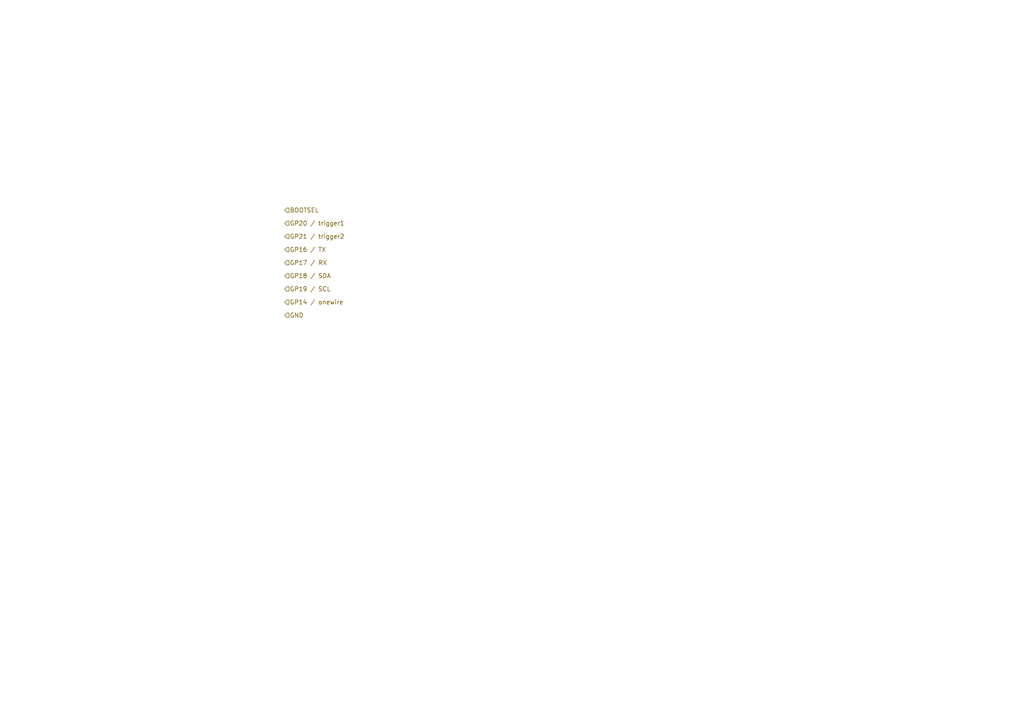
<source format=kicad_sch>
(kicad_sch
	(version 20231120)
	(generator "eeschema")
	(generator_version "8.0")
	(uuid "db8a53cf-8ef2-4165-badc-ac5c3dcdfbad")
	(paper "A4")
	(title_block
		(date "2024-07-16")
		(company "Hans Märki, Märki Informatik")
		(comment 1 "The MIT License (MIT)")
	)
	(lib_symbols)
	(hierarchical_label "GND"
		(shape input)
		(at 82.55 91.44 0)
		(fields_autoplaced yes)
		(effects
			(font
				(size 1.27 1.27)
			)
			(justify left)
		)
		(uuid "06ab8b17-c692-402f-9380-e576860b1a63")
	)
	(hierarchical_label "GP20 {slash} trigger1"
		(shape input)
		(at 82.55 64.77 0)
		(fields_autoplaced yes)
		(effects
			(font
				(size 1.27 1.27)
			)
			(justify left)
		)
		(uuid "376f06aa-459c-4b76-b7d5-c0d1aad2d41d")
	)
	(hierarchical_label "GP19 {slash} SCL"
		(shape input)
		(at 82.55 83.82 0)
		(fields_autoplaced yes)
		(effects
			(font
				(size 1.27 1.27)
			)
			(justify left)
		)
		(uuid "38b44045-9cf7-4540-a856-7795a52e1042")
	)
	(hierarchical_label "GP14 {slash} onewire"
		(shape input)
		(at 82.55 87.63 0)
		(fields_autoplaced yes)
		(effects
			(font
				(size 1.27 1.27)
			)
			(justify left)
		)
		(uuid "5b54f01c-d3ad-489b-b65b-e5a8e319f019")
	)
	(hierarchical_label "GP18 {slash} SDA"
		(shape input)
		(at 82.55 80.01 0)
		(fields_autoplaced yes)
		(effects
			(font
				(size 1.27 1.27)
			)
			(justify left)
		)
		(uuid "9d5ee2c7-4ae0-4d2a-bd14-9e2e542724e0")
	)
	(hierarchical_label "GP17 {slash} RX"
		(shape input)
		(at 82.55 76.2 0)
		(fields_autoplaced yes)
		(effects
			(font
				(size 1.27 1.27)
			)
			(justify left)
		)
		(uuid "9da07429-e842-44c7-959f-0f9c56ebf76d")
	)
	(hierarchical_label "BOOTSEL"
		(shape input)
		(at 82.55 60.96 0)
		(fields_autoplaced yes)
		(effects
			(font
				(size 1.27 1.27)
			)
			(justify left)
		)
		(uuid "b3b4b5cf-022a-4c23-acd9-10947a887f7f")
	)
	(hierarchical_label "GP21 {slash} trigger2"
		(shape input)
		(at 82.55 68.58 0)
		(fields_autoplaced yes)
		(effects
			(font
				(size 1.27 1.27)
			)
			(justify left)
		)
		(uuid "b47cb48e-ebe0-4a5d-b539-2e8214688fdd")
	)
	(hierarchical_label "GP16 {slash} TX"
		(shape input)
		(at 82.55 72.39 0)
		(fields_autoplaced yes)
		(effects
			(font
				(size 1.27 1.27)
			)
			(justify left)
		)
		(uuid "db03bc4a-1063-4429-a97e-f328c3667bc3")
	)
)

</source>
